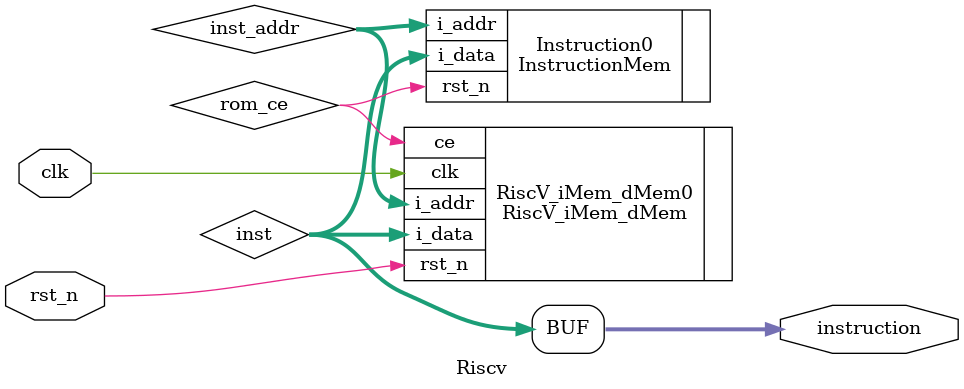
<source format=v>
`timescale 1ns / 1ps


module Riscv(
    input clk,
    input rst_n,
    output[31:0] instruction
    );
wire[31:0] inst_addr;
wire[31:0] inst;
wire rom_ce;
assign instruction = inst;
RiscV_iMem_dMem RiscV_iMem_dMem0(
    .clk(clk),
    .rst_n(rst_n),
    .i_data(inst),
    .i_addr(inst_addr),
    .ce(rom_ce)
);

InstructionMem Instruction0(
    .rst_n(rom_ce),
    .i_addr(inst_addr),
    .i_data(inst)
);
endmodule

</source>
